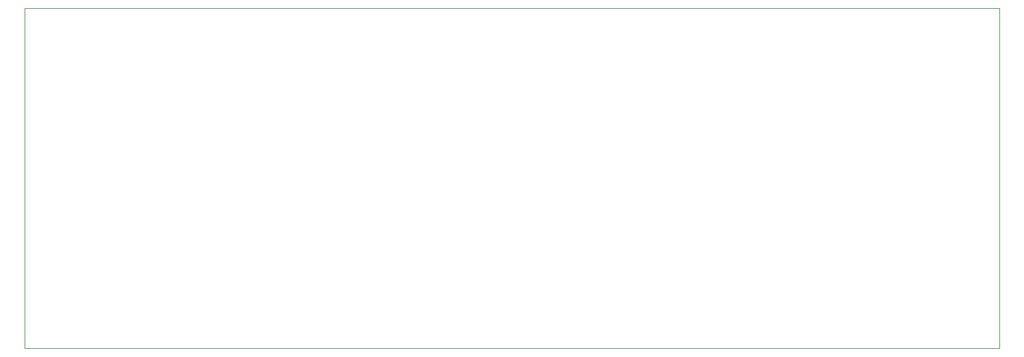
<source format=gm1>
G04 #@! TF.GenerationSoftware,KiCad,Pcbnew,(5.1.9)-1*
G04 #@! TF.CreationDate,2023-04-02T16:33:38+02:00*
G04 #@! TF.ProjectId,ECMEndstopPumpInterface,45434d45-6e64-4737-946f-7050756d7049,rev?*
G04 #@! TF.SameCoordinates,Original*
G04 #@! TF.FileFunction,Profile,NP*
%FSLAX46Y46*%
G04 Gerber Fmt 4.6, Leading zero omitted, Abs format (unit mm)*
G04 Created by KiCad (PCBNEW (5.1.9)-1) date 2023-04-02 16:33:38*
%MOMM*%
%LPD*%
G01*
G04 APERTURE LIST*
G04 #@! TA.AperFunction,Profile*
%ADD10C,0.050000*%
G04 #@! TD*
G04 APERTURE END LIST*
D10*
X166370000Y-78740000D02*
X35560000Y-78740000D01*
X166370000Y-43180000D02*
X166370000Y-78740000D01*
X166370000Y-33020000D02*
X166370000Y-43180000D01*
X165735000Y-33020000D02*
X166370000Y-33020000D01*
X35560000Y-33020000D02*
X165735000Y-33020000D01*
X35560000Y-33655000D02*
X35560000Y-33020000D01*
X35560000Y-61595000D02*
X35560000Y-33655000D01*
X35560000Y-78740000D02*
X35560000Y-61595000D01*
M02*

</source>
